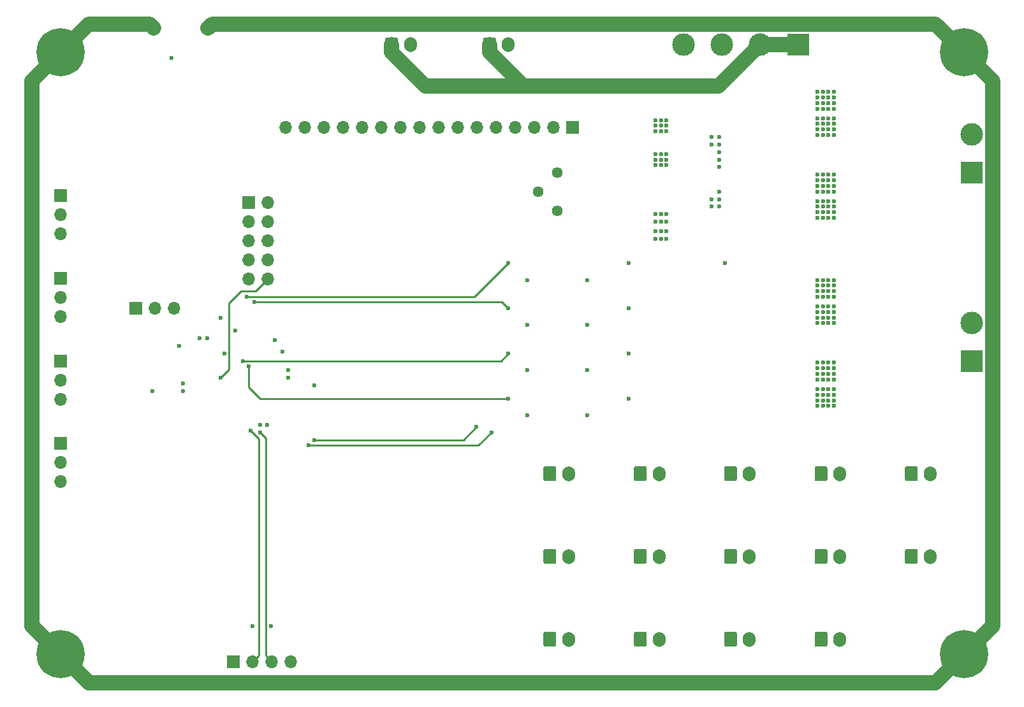
<source format=gbr>
%TF.GenerationSoftware,KiCad,Pcbnew,(5.1.5-131-g305ed0b65)-1*%
%TF.CreationDate,2021-01-25T18:11:24+08:00*%
%TF.ProjectId,OpenTEC,4f70656e-5445-4432-9e6b-696361645f70,rev?*%
%TF.SameCoordinates,Original*%
%TF.FileFunction,Copper,L4,Bot*%
%TF.FilePolarity,Positive*%
%FSLAX46Y46*%
G04 Gerber Fmt 4.6, Leading zero omitted, Abs format (unit mm)*
G04 Created by KiCad (PCBNEW (5.1.5-131-g305ed0b65)-1) date 2021-01-25 18:11:24*
%MOMM*%
%LPD*%
G01*
G04 APERTURE LIST*
%TA.AperFunction,ComponentPad*%
%ADD10C,6.400000*%
%TD*%
%TA.AperFunction,ComponentPad*%
%ADD11C,0.800000*%
%TD*%
%TA.AperFunction,ComponentPad*%
%ADD12O,1.050000X1.900000*%
%TD*%
%TA.AperFunction,ComponentPad*%
%ADD13C,3.000000*%
%TD*%
%TA.AperFunction,ComponentPad*%
%ADD14R,3.000000X3.000000*%
%TD*%
%TA.AperFunction,ComponentPad*%
%ADD15R,1.700000X1.700000*%
%TD*%
%TA.AperFunction,ComponentPad*%
%ADD16O,1.700000X1.700000*%
%TD*%
%TA.AperFunction,ComponentPad*%
%ADD17O,1.700000X2.000000*%
%TD*%
%TA.AperFunction,ComponentPad*%
%ADD18C,1.440000*%
%TD*%
%TA.AperFunction,ViaPad*%
%ADD19C,0.600000*%
%TD*%
%TA.AperFunction,Conductor*%
%ADD20C,2.000000*%
%TD*%
%TA.AperFunction,Conductor*%
%ADD21C,0.250000*%
%TD*%
G04 APERTURE END LIST*
D10*
%TO.P,H1,1*%
%TO.N,Earth*%
X79000000Y-51000000D03*
D11*
X81400000Y-51000000D03*
X80697056Y-52697056D03*
X79000000Y-53400000D03*
X77302944Y-52697056D03*
X76600000Y-51000000D03*
X77302944Y-49302944D03*
X79000000Y-48600000D03*
X80697056Y-49302944D03*
%TD*%
%TO.P,H2,1*%
%TO.N,Earth*%
X200697056Y-49302944D03*
X199000000Y-48600000D03*
X197302944Y-49302944D03*
X196600000Y-51000000D03*
X197302944Y-52697056D03*
X199000000Y-53400000D03*
X200697056Y-52697056D03*
X201400000Y-51000000D03*
D10*
X199000000Y-51000000D03*
%TD*%
%TO.P,H3,1*%
%TO.N,Earth*%
X199000000Y-131000000D03*
D11*
X201400000Y-131000000D03*
X200697056Y-132697056D03*
X199000000Y-133400000D03*
X197302944Y-132697056D03*
X196600000Y-131000000D03*
X197302944Y-129302944D03*
X199000000Y-128600000D03*
X200697056Y-129302944D03*
%TD*%
%TO.P,H4,1*%
%TO.N,Earth*%
X80697056Y-129302944D03*
X79000000Y-128600000D03*
X77302944Y-129302944D03*
X76600000Y-131000000D03*
X77302944Y-132697056D03*
X79000000Y-133400000D03*
X80697056Y-132697056D03*
X81400000Y-131000000D03*
D10*
X79000000Y-131000000D03*
%TD*%
D12*
%TO.P,J1,6*%
%TO.N,Earth*%
X98575000Y-47800000D03*
X91425000Y-47800000D03*
%TD*%
D13*
%TO.P,J2,2*%
%TO.N,+12V*%
X171920000Y-50000000D03*
%TO.P,J2,3*%
%TO.N,GND*%
X166840000Y-50000000D03*
D14*
%TO.P,J2,1*%
%TO.N,+12V*%
X177000000Y-50000000D03*
D13*
%TO.P,J2,4*%
%TO.N,GND*%
X161760000Y-50000000D03*
%TD*%
D15*
%TO.P,J3,1*%
%TO.N,+3V3*%
X104000000Y-71000000D03*
D16*
%TO.P,J3,2*%
%TO.N,JTAG_MS*%
X106540000Y-71000000D03*
%TO.P,J3,3*%
%TO.N,GND*%
X104000000Y-73540000D03*
%TO.P,J3,4*%
%TO.N,JTAG_CLK*%
X106540000Y-73540000D03*
%TO.P,J3,5*%
%TO.N,GND*%
X104000000Y-76080000D03*
%TO.P,J3,6*%
%TO.N,JTAG_DO*%
X106540000Y-76080000D03*
%TO.P,J3,7*%
%TO.N,Net-(J3-Pad7)*%
X104000000Y-78620000D03*
%TO.P,J3,8*%
%TO.N,JTAG_DI*%
X106540000Y-78620000D03*
%TO.P,J3,9*%
%TO.N,GND*%
X104000000Y-81160000D03*
%TO.P,J3,10*%
%TO.N,nRST*%
X106540000Y-81160000D03*
%TD*%
D15*
%TO.P,J5,1*%
%TO.N,+3V3*%
X102000000Y-132000000D03*
D16*
%TO.P,J5,2*%
%TO.N,I2C_SCL*%
X104540000Y-132000000D03*
%TO.P,J5,3*%
%TO.N,I2C_SDA*%
X107080000Y-132000000D03*
%TO.P,J5,4*%
%TO.N,GND*%
X109620000Y-132000000D03*
%TD*%
D15*
%TO.P,J6,1*%
%TO.N,+3V3*%
X89000000Y-85000000D03*
D16*
%TO.P,J6,2*%
%TO.N,BOOT*%
X91540000Y-85000000D03*
%TO.P,J6,3*%
%TO.N,GND*%
X94080000Y-85000000D03*
%TD*%
D15*
%TO.P,J7,1*%
%TO.N,+3V3*%
X79000000Y-70000000D03*
D16*
%TO.P,J7,2*%
%TO.N,TEMP0*%
X79000000Y-72540000D03*
%TO.P,J7,3*%
%TO.N,GND*%
X79000000Y-75080000D03*
%TD*%
%TO.P,J8,3*%
%TO.N,GND*%
X79000000Y-86080000D03*
%TO.P,J8,2*%
%TO.N,TEMP1*%
X79000000Y-83540000D03*
D15*
%TO.P,J8,1*%
%TO.N,+3V3*%
X79000000Y-81000000D03*
%TD*%
%TO.P,J9,1*%
%TO.N,+3V3*%
X79000000Y-92000000D03*
D16*
%TO.P,J9,2*%
%TO.N,TEMP2*%
X79000000Y-94540000D03*
%TO.P,J9,3*%
%TO.N,GND*%
X79000000Y-97080000D03*
%TD*%
%TO.P,J10,3*%
%TO.N,GND*%
X79000000Y-108080000D03*
%TO.P,J10,2*%
%TO.N,TEMP3*%
X79000000Y-105540000D03*
D15*
%TO.P,J10,1*%
%TO.N,+3V3*%
X79000000Y-103000000D03*
%TD*%
D13*
%TO.P,J11,2*%
%TO.N,Net-(J11-Pad2)*%
X200000000Y-61920000D03*
D14*
%TO.P,J11,1*%
%TO.N,Net-(J11-Pad1)*%
X200000000Y-67000000D03*
%TD*%
%TO.P,J12,1*%
%TO.N,Net-(J12-Pad1)*%
X200000000Y-92000000D03*
D13*
%TO.P,J12,2*%
%TO.N,Net-(J12-Pad2)*%
X200000000Y-86920000D03*
%TD*%
D17*
%TO.P,J13,2*%
%TO.N,GND*%
X125500000Y-50000000D03*
%TO.P,J13,1*%
%TO.N,+12V*%
%TA.AperFunction,ComponentPad*%
G36*
G01*
X122150000Y-50750000D02*
X122150000Y-49250000D01*
G75*
G02*
X122400000Y-49000000I250000J0D01*
G01*
X123600000Y-49000000D01*
G75*
G02*
X123850000Y-49250000I0J-250000D01*
G01*
X123850000Y-50750000D01*
G75*
G02*
X123600000Y-51000000I-250000J0D01*
G01*
X122400000Y-51000000D01*
G75*
G02*
X122150000Y-50750000I0J250000D01*
G01*
G37*
%TD.AperFunction*%
%TD*%
%TO.P,J14,1*%
%TO.N,+12V*%
%TA.AperFunction,ComponentPad*%
G36*
G01*
X135150000Y-50750000D02*
X135150000Y-49250000D01*
G75*
G02*
X135400000Y-49000000I250000J0D01*
G01*
X136600000Y-49000000D01*
G75*
G02*
X136850000Y-49250000I0J-250000D01*
G01*
X136850000Y-50750000D01*
G75*
G02*
X136600000Y-51000000I-250000J0D01*
G01*
X135400000Y-51000000D01*
G75*
G02*
X135150000Y-50750000I0J250000D01*
G01*
G37*
%TD.AperFunction*%
%TO.P,J14,2*%
%TO.N,GND*%
X138500000Y-50000000D03*
%TD*%
%TO.P,J15,1*%
%TO.N,+12V*%
%TA.AperFunction,ComponentPad*%
G36*
G01*
X143150000Y-107750000D02*
X143150000Y-106250000D01*
G75*
G02*
X143400000Y-106000000I250000J0D01*
G01*
X144600000Y-106000000D01*
G75*
G02*
X144850000Y-106250000I0J-250000D01*
G01*
X144850000Y-107750000D01*
G75*
G02*
X144600000Y-108000000I-250000J0D01*
G01*
X143400000Y-108000000D01*
G75*
G02*
X143150000Y-107750000I0J250000D01*
G01*
G37*
%TD.AperFunction*%
%TO.P,J15,2*%
%TO.N,GND*%
X146500000Y-107000000D03*
%TD*%
%TO.P,J16,2*%
%TO.N,GND*%
X158500000Y-107000000D03*
%TO.P,J16,1*%
%TO.N,+12V*%
%TA.AperFunction,ComponentPad*%
G36*
G01*
X155150000Y-107750000D02*
X155150000Y-106250000D01*
G75*
G02*
X155400000Y-106000000I250000J0D01*
G01*
X156600000Y-106000000D01*
G75*
G02*
X156850000Y-106250000I0J-250000D01*
G01*
X156850000Y-107750000D01*
G75*
G02*
X156600000Y-108000000I-250000J0D01*
G01*
X155400000Y-108000000D01*
G75*
G02*
X155150000Y-107750000I0J250000D01*
G01*
G37*
%TD.AperFunction*%
%TD*%
%TO.P,J17,1*%
%TO.N,+12V*%
%TA.AperFunction,ComponentPad*%
G36*
G01*
X167150000Y-107750000D02*
X167150000Y-106250000D01*
G75*
G02*
X167400000Y-106000000I250000J0D01*
G01*
X168600000Y-106000000D01*
G75*
G02*
X168850000Y-106250000I0J-250000D01*
G01*
X168850000Y-107750000D01*
G75*
G02*
X168600000Y-108000000I-250000J0D01*
G01*
X167400000Y-108000000D01*
G75*
G02*
X167150000Y-107750000I0J250000D01*
G01*
G37*
%TD.AperFunction*%
%TO.P,J17,2*%
%TO.N,GND*%
X170500000Y-107000000D03*
%TD*%
%TO.P,J18,2*%
%TO.N,GND*%
X182500000Y-107000000D03*
%TO.P,J18,1*%
%TO.N,+12V*%
%TA.AperFunction,ComponentPad*%
G36*
G01*
X179150000Y-107750000D02*
X179150000Y-106250000D01*
G75*
G02*
X179400000Y-106000000I250000J0D01*
G01*
X180600000Y-106000000D01*
G75*
G02*
X180850000Y-106250000I0J-250000D01*
G01*
X180850000Y-107750000D01*
G75*
G02*
X180600000Y-108000000I-250000J0D01*
G01*
X179400000Y-108000000D01*
G75*
G02*
X179150000Y-107750000I0J250000D01*
G01*
G37*
%TD.AperFunction*%
%TD*%
%TO.P,J19,1*%
%TO.N,+12V*%
%TA.AperFunction,ComponentPad*%
G36*
G01*
X191150000Y-107750000D02*
X191150000Y-106250000D01*
G75*
G02*
X191400000Y-106000000I250000J0D01*
G01*
X192600000Y-106000000D01*
G75*
G02*
X192850000Y-106250000I0J-250000D01*
G01*
X192850000Y-107750000D01*
G75*
G02*
X192600000Y-108000000I-250000J0D01*
G01*
X191400000Y-108000000D01*
G75*
G02*
X191150000Y-107750000I0J250000D01*
G01*
G37*
%TD.AperFunction*%
%TO.P,J19,2*%
%TO.N,GND*%
X194500000Y-107000000D03*
%TD*%
%TO.P,J20,2*%
%TO.N,GND*%
X146500000Y-118000000D03*
%TO.P,J20,1*%
%TO.N,+12V*%
%TA.AperFunction,ComponentPad*%
G36*
G01*
X143150000Y-118750000D02*
X143150000Y-117250000D01*
G75*
G02*
X143400000Y-117000000I250000J0D01*
G01*
X144600000Y-117000000D01*
G75*
G02*
X144850000Y-117250000I0J-250000D01*
G01*
X144850000Y-118750000D01*
G75*
G02*
X144600000Y-119000000I-250000J0D01*
G01*
X143400000Y-119000000D01*
G75*
G02*
X143150000Y-118750000I0J250000D01*
G01*
G37*
%TD.AperFunction*%
%TD*%
%TO.P,J21,1*%
%TO.N,+12V*%
%TA.AperFunction,ComponentPad*%
G36*
G01*
X155150000Y-118750000D02*
X155150000Y-117250000D01*
G75*
G02*
X155400000Y-117000000I250000J0D01*
G01*
X156600000Y-117000000D01*
G75*
G02*
X156850000Y-117250000I0J-250000D01*
G01*
X156850000Y-118750000D01*
G75*
G02*
X156600000Y-119000000I-250000J0D01*
G01*
X155400000Y-119000000D01*
G75*
G02*
X155150000Y-118750000I0J250000D01*
G01*
G37*
%TD.AperFunction*%
%TO.P,J21,2*%
%TO.N,GND*%
X158500000Y-118000000D03*
%TD*%
%TO.P,J22,2*%
%TO.N,GND*%
X170500000Y-118000000D03*
%TO.P,J22,1*%
%TO.N,+12V*%
%TA.AperFunction,ComponentPad*%
G36*
G01*
X167150000Y-118750000D02*
X167150000Y-117250000D01*
G75*
G02*
X167400000Y-117000000I250000J0D01*
G01*
X168600000Y-117000000D01*
G75*
G02*
X168850000Y-117250000I0J-250000D01*
G01*
X168850000Y-118750000D01*
G75*
G02*
X168600000Y-119000000I-250000J0D01*
G01*
X167400000Y-119000000D01*
G75*
G02*
X167150000Y-118750000I0J250000D01*
G01*
G37*
%TD.AperFunction*%
%TD*%
%TO.P,J23,1*%
%TO.N,+12V*%
%TA.AperFunction,ComponentPad*%
G36*
G01*
X179150000Y-118750000D02*
X179150000Y-117250000D01*
G75*
G02*
X179400000Y-117000000I250000J0D01*
G01*
X180600000Y-117000000D01*
G75*
G02*
X180850000Y-117250000I0J-250000D01*
G01*
X180850000Y-118750000D01*
G75*
G02*
X180600000Y-119000000I-250000J0D01*
G01*
X179400000Y-119000000D01*
G75*
G02*
X179150000Y-118750000I0J250000D01*
G01*
G37*
%TD.AperFunction*%
%TO.P,J23,2*%
%TO.N,GND*%
X182500000Y-118000000D03*
%TD*%
%TO.P,J24,2*%
%TO.N,GND*%
X194500000Y-118000000D03*
%TO.P,J24,1*%
%TO.N,+12V*%
%TA.AperFunction,ComponentPad*%
G36*
G01*
X191150000Y-118750000D02*
X191150000Y-117250000D01*
G75*
G02*
X191400000Y-117000000I250000J0D01*
G01*
X192600000Y-117000000D01*
G75*
G02*
X192850000Y-117250000I0J-250000D01*
G01*
X192850000Y-118750000D01*
G75*
G02*
X192600000Y-119000000I-250000J0D01*
G01*
X191400000Y-119000000D01*
G75*
G02*
X191150000Y-118750000I0J250000D01*
G01*
G37*
%TD.AperFunction*%
%TD*%
%TO.P,J25,1*%
%TO.N,+12V*%
%TA.AperFunction,ComponentPad*%
G36*
G01*
X143150000Y-129750000D02*
X143150000Y-128250000D01*
G75*
G02*
X143400000Y-128000000I250000J0D01*
G01*
X144600000Y-128000000D01*
G75*
G02*
X144850000Y-128250000I0J-250000D01*
G01*
X144850000Y-129750000D01*
G75*
G02*
X144600000Y-130000000I-250000J0D01*
G01*
X143400000Y-130000000D01*
G75*
G02*
X143150000Y-129750000I0J250000D01*
G01*
G37*
%TD.AperFunction*%
%TO.P,J25,2*%
%TO.N,GND*%
X146500000Y-129000000D03*
%TD*%
%TO.P,J26,2*%
%TO.N,GND*%
X158500000Y-129000000D03*
%TO.P,J26,1*%
%TO.N,+12V*%
%TA.AperFunction,ComponentPad*%
G36*
G01*
X155150000Y-129750000D02*
X155150000Y-128250000D01*
G75*
G02*
X155400000Y-128000000I250000J0D01*
G01*
X156600000Y-128000000D01*
G75*
G02*
X156850000Y-128250000I0J-250000D01*
G01*
X156850000Y-129750000D01*
G75*
G02*
X156600000Y-130000000I-250000J0D01*
G01*
X155400000Y-130000000D01*
G75*
G02*
X155150000Y-129750000I0J250000D01*
G01*
G37*
%TD.AperFunction*%
%TD*%
%TO.P,J27,1*%
%TO.N,+12V*%
%TA.AperFunction,ComponentPad*%
G36*
G01*
X167150000Y-129750000D02*
X167150000Y-128250000D01*
G75*
G02*
X167400000Y-128000000I250000J0D01*
G01*
X168600000Y-128000000D01*
G75*
G02*
X168850000Y-128250000I0J-250000D01*
G01*
X168850000Y-129750000D01*
G75*
G02*
X168600000Y-130000000I-250000J0D01*
G01*
X167400000Y-130000000D01*
G75*
G02*
X167150000Y-129750000I0J250000D01*
G01*
G37*
%TD.AperFunction*%
%TO.P,J27,2*%
%TO.N,GND*%
X170500000Y-129000000D03*
%TD*%
%TO.P,J28,2*%
%TO.N,GND*%
X182500000Y-129000000D03*
%TO.P,J28,1*%
%TO.N,+12V*%
%TA.AperFunction,ComponentPad*%
G36*
G01*
X179150000Y-129750000D02*
X179150000Y-128250000D01*
G75*
G02*
X179400000Y-128000000I250000J0D01*
G01*
X180600000Y-128000000D01*
G75*
G02*
X180850000Y-128250000I0J-250000D01*
G01*
X180850000Y-129750000D01*
G75*
G02*
X180600000Y-130000000I-250000J0D01*
G01*
X179400000Y-130000000D01*
G75*
G02*
X179150000Y-129750000I0J250000D01*
G01*
G37*
%TD.AperFunction*%
%TD*%
D18*
%TO.P,RV1,3*%
%TO.N,GND*%
X145000000Y-72080000D03*
%TO.P,RV1,2*%
%TO.N,Net-(J4-Pad3)*%
X142460000Y-69540000D03*
%TO.P,RV1,1*%
%TO.N,+3V3*%
X145000000Y-67000000D03*
%TD*%
D15*
%TO.P,J4,1*%
%TO.N,GND*%
X147000000Y-61000000D03*
D16*
%TO.P,J4,2*%
%TO.N,+3V3*%
X144460000Y-61000000D03*
%TO.P,J4,3*%
%TO.N,Net-(J4-Pad3)*%
X141920000Y-61000000D03*
%TO.P,J4,4*%
%TO.N,LCD_RS*%
X139380000Y-61000000D03*
%TO.P,J4,5*%
%TO.N,GND*%
X136840000Y-61000000D03*
%TO.P,J4,6*%
%TO.N,LCD_EN*%
X134300000Y-61000000D03*
%TO.P,J4,7*%
%TO.N,GND*%
X131760000Y-61000000D03*
%TO.P,J4,8*%
X129220000Y-61000000D03*
%TO.P,J4,9*%
X126680000Y-61000000D03*
%TO.P,J4,10*%
X124140000Y-61000000D03*
%TO.P,J4,11*%
%TO.N,LCD_D4*%
X121600000Y-61000000D03*
%TO.P,J4,12*%
%TO.N,LCD_D5*%
X119060000Y-61000000D03*
%TO.P,J4,13*%
%TO.N,LCD_D6*%
X116520000Y-61000000D03*
%TO.P,J4,14*%
%TO.N,LCD_D7*%
X113980000Y-61000000D03*
%TO.P,J4,15*%
%TO.N,+3V3*%
X111440000Y-61000000D03*
%TO.P,J4,16*%
%TO.N,GND*%
X108900000Y-61000000D03*
%TD*%
D19*
%TO.N,+12V*%
X159500000Y-60000000D03*
X159500000Y-60750000D03*
X159500000Y-61500000D03*
X158750000Y-60000000D03*
X158750000Y-60750000D03*
X158750000Y-61500000D03*
X158000000Y-60000000D03*
X158000000Y-60750000D03*
X158000000Y-61500000D03*
X179500000Y-59750000D03*
X180250000Y-59750000D03*
X181000000Y-59750000D03*
X181750000Y-59750000D03*
X181750000Y-60500000D03*
X181750000Y-61250000D03*
X181750000Y-62000000D03*
X181000000Y-62000000D03*
X181000000Y-61250000D03*
X181000000Y-60500000D03*
X180250000Y-60500000D03*
X179500000Y-60500000D03*
X179500000Y-61250000D03*
X180250000Y-61250000D03*
X180250000Y-62000000D03*
X179500000Y-62000000D03*
X181750000Y-70750000D03*
X181750000Y-71500000D03*
X181750000Y-72250000D03*
X181750000Y-73000000D03*
X181000000Y-73000000D03*
X180250000Y-73000000D03*
X179500000Y-73000000D03*
X179500000Y-72250000D03*
X179500000Y-71500000D03*
X179500000Y-70750000D03*
X180250000Y-70750000D03*
X181000000Y-70750000D03*
X181000000Y-71500000D03*
X181000000Y-72250000D03*
X180250000Y-72250000D03*
X180250000Y-71500000D03*
X179500000Y-84750000D03*
X180250000Y-84750000D03*
X181000000Y-84750000D03*
X181750000Y-84750000D03*
X181750000Y-85500000D03*
X181750000Y-86250000D03*
X181750000Y-87000000D03*
X181000000Y-87000000D03*
X181000000Y-86250000D03*
X181000000Y-85500000D03*
X180250000Y-85500000D03*
X180250000Y-86250000D03*
X180250000Y-87000000D03*
X179500000Y-87000000D03*
X179500000Y-86250000D03*
X179500000Y-85500000D03*
X181750000Y-95750000D03*
X181750000Y-96500000D03*
X181750000Y-97250000D03*
X181750000Y-98000000D03*
X181000000Y-98000000D03*
X180250000Y-98000000D03*
X179500000Y-98000000D03*
X179500000Y-97250000D03*
X179500000Y-96500000D03*
X179500000Y-95750000D03*
X180250000Y-95750000D03*
X181000000Y-95750000D03*
X181000000Y-96500000D03*
X181000000Y-97250000D03*
X180250000Y-97250000D03*
X180250000Y-96500000D03*
X154500000Y-79000000D03*
X154500000Y-85000000D03*
X154500000Y-91000000D03*
X154500000Y-97000000D03*
%TO.N,GND*%
X167250000Y-79000000D03*
X105500000Y-100500000D03*
X95250000Y-95000000D03*
X97500000Y-89000000D03*
X108500000Y-90750000D03*
X109250000Y-94250000D03*
X112750000Y-95250000D03*
X100250000Y-86250000D03*
X94750000Y-90000000D03*
X91250000Y-96000000D03*
X100750000Y-91000000D03*
X165500000Y-63250000D03*
X165500000Y-62250000D03*
X166500000Y-62250000D03*
X166500000Y-63250000D03*
X166500000Y-64250000D03*
X166500000Y-65250000D03*
X166500000Y-66250000D03*
X165500000Y-71500000D03*
X166500000Y-71500000D03*
X166500000Y-70500000D03*
X166500000Y-69500000D03*
X159500000Y-65250000D03*
X159500000Y-66000000D03*
X158750000Y-65250000D03*
X158750000Y-66000000D03*
X158000000Y-65250000D03*
X158000000Y-66000000D03*
X159500000Y-64500000D03*
X158750000Y-64500000D03*
X158000000Y-64500000D03*
X159500000Y-75750000D03*
X159500000Y-74750000D03*
X165500000Y-70500000D03*
X158750000Y-75750000D03*
X158750000Y-74750000D03*
X158000000Y-74750000D03*
X158000000Y-75750000D03*
X181750000Y-56250000D03*
X181750000Y-57000000D03*
X181750000Y-57750000D03*
X181750000Y-58500000D03*
X181000000Y-56250000D03*
X181000000Y-57000000D03*
X181000000Y-57750000D03*
X181000000Y-58500000D03*
X180250000Y-56250000D03*
X180250000Y-57000000D03*
X180250000Y-57750000D03*
X180250000Y-58500000D03*
X179500000Y-58500000D03*
X179500000Y-57750000D03*
X179500000Y-57000000D03*
X179500000Y-56250000D03*
X181750000Y-67250000D03*
X181750000Y-68000000D03*
X181750000Y-68750000D03*
X181750000Y-69500000D03*
X181000000Y-69500000D03*
X180250000Y-69500000D03*
X179500000Y-69500000D03*
X179500000Y-68750000D03*
X179500000Y-68000000D03*
X179500000Y-67250000D03*
X180250000Y-67250000D03*
X181000000Y-67250000D03*
X181000000Y-68000000D03*
X181000000Y-68750000D03*
X180250000Y-68750000D03*
X180250000Y-68000000D03*
X181750000Y-81250000D03*
X181750000Y-82000000D03*
X181750000Y-82750000D03*
X181750000Y-83500000D03*
X181000000Y-83500000D03*
X180250000Y-83500000D03*
X179500000Y-83500000D03*
X179500000Y-82750000D03*
X179500000Y-82000000D03*
X179500000Y-81250000D03*
X180250000Y-81250000D03*
X181000000Y-81250000D03*
X181000000Y-82000000D03*
X181000000Y-82750000D03*
X180250000Y-82750000D03*
X180250000Y-82000000D03*
X181750000Y-92250000D03*
X181750000Y-93000000D03*
X181750000Y-93750000D03*
X181750000Y-94500000D03*
X181000000Y-94500000D03*
X181000000Y-93750000D03*
X181000000Y-93000000D03*
X181000000Y-92250000D03*
X180250000Y-92250000D03*
X179500000Y-92250000D03*
X179500000Y-93000000D03*
X180250000Y-93000000D03*
X180250000Y-93750000D03*
X179500000Y-93750000D03*
X179500000Y-94500000D03*
X180250000Y-94500000D03*
X149000000Y-93250000D03*
X149000000Y-87250000D03*
X149000000Y-81250000D03*
X149000000Y-99250000D03*
X141000000Y-99250000D03*
X141000000Y-93250000D03*
X141000000Y-87250000D03*
X141000000Y-81250000D03*
X93750000Y-51750000D03*
%TO.N,+3V3*%
X107500000Y-89250000D03*
X106500000Y-100500000D03*
X104500000Y-127250000D03*
X107000000Y-127250000D03*
X95250000Y-96000000D03*
X98500000Y-89000000D03*
X102250000Y-88000000D03*
X109250000Y-93250000D03*
X159500000Y-72500000D03*
X159500000Y-73500000D03*
X158750000Y-73500000D03*
X158750000Y-72500000D03*
X158000000Y-72500000D03*
X158000000Y-73500000D03*
%TO.N,nRST*%
X100250000Y-94250000D03*
%TO.N,LCD_RS*%
X112000000Y-103250000D03*
X136250000Y-101500000D03*
%TO.N,LCD_EN*%
X112750000Y-102500000D03*
X134250000Y-100750000D03*
%TO.N,I2C_SCL*%
X104250000Y-101250000D03*
%TO.N,I2C_SDA*%
X105500000Y-101500000D03*
%TO.N,HB_A1*%
X104750000Y-84125000D03*
X138500000Y-85000000D03*
%TO.N,HB_A2*%
X103750000Y-83500000D03*
X138500000Y-79000000D03*
%TO.N,HB_B1*%
X104000000Y-92750000D03*
X138500000Y-97000000D03*
%TO.N,HB_B2*%
X103250000Y-92000000D03*
X138500000Y-91000000D03*
%TD*%
D20*
%TO.N,+12V*%
X171920000Y-50000000D02*
X166420000Y-55500000D01*
X136000000Y-51000000D02*
X136000000Y-50000000D01*
X140500000Y-55500000D02*
X136000000Y-51000000D01*
X166420000Y-55500000D02*
X140500000Y-55500000D01*
X127500000Y-55500000D02*
X140500000Y-55500000D01*
X123000000Y-51000000D02*
X127500000Y-55500000D01*
X123000000Y-50000000D02*
X123000000Y-51000000D01*
X177000000Y-50000000D02*
X171920000Y-50000000D01*
%TO.N,Earth*%
X79000000Y-51000000D02*
X82774990Y-47225010D01*
X90850010Y-47225010D02*
X91425000Y-47800000D01*
X82774990Y-47225010D02*
X90850010Y-47225010D01*
X199000000Y-51000000D02*
X195225010Y-47225010D01*
X99149990Y-47225010D02*
X98575000Y-47800000D01*
X195225010Y-47225010D02*
X99149990Y-47225010D01*
X79000000Y-51000000D02*
X75225010Y-54774990D01*
X75225010Y-127225010D02*
X79000000Y-131000000D01*
X75225010Y-54774990D02*
X75225010Y-127225010D01*
X195225010Y-134774990D02*
X199000000Y-131000000D01*
X79000000Y-131000000D02*
X82774990Y-134774990D01*
X82774990Y-134774990D02*
X195225010Y-134774990D01*
X199000000Y-131000000D02*
X202774990Y-127225010D01*
X202774990Y-54774990D02*
X199000000Y-51000000D01*
X202774990Y-127225010D02*
X202774990Y-54774990D01*
D21*
%TO.N,nRST*%
X100250000Y-94250000D02*
X101375001Y-93124999D01*
X101375001Y-93124999D02*
X101375001Y-84374999D01*
X101375001Y-84374999D02*
X103000000Y-82750000D01*
X104950000Y-82750000D02*
X106540000Y-81160000D01*
X103000000Y-82750000D02*
X104950000Y-82750000D01*
%TO.N,LCD_RS*%
X112000000Y-103250000D02*
X134500000Y-103250000D01*
X134500000Y-103250000D02*
X136250000Y-101500000D01*
%TO.N,LCD_EN*%
X112750000Y-102500000D02*
X132500000Y-102500000D01*
X132500000Y-102500000D02*
X134250000Y-100750000D01*
%TO.N,I2C_SCL*%
X105389999Y-102389999D02*
X104250000Y-101250000D01*
X104540000Y-132000000D02*
X105389999Y-131150001D01*
X105389999Y-131150001D02*
X105389999Y-102389999D01*
%TO.N,I2C_SDA*%
X107080000Y-132000000D02*
X106250000Y-131170000D01*
X106250000Y-131170000D02*
X106250000Y-102250000D01*
X106250000Y-102250000D02*
X105500000Y-101500000D01*
%TO.N,HB_A1*%
X104750000Y-84125000D02*
X137625000Y-84125000D01*
X137625000Y-84125000D02*
X138500000Y-85000000D01*
%TO.N,HB_A2*%
X103750000Y-83500000D02*
X134000000Y-83500000D01*
X134000000Y-83500000D02*
X138500000Y-79000000D01*
%TO.N,HB_B1*%
X104000000Y-92750000D02*
X104000000Y-95500000D01*
X104000000Y-95500000D02*
X105500000Y-97000000D01*
X105500000Y-97000000D02*
X138500000Y-97000000D01*
%TO.N,HB_B2*%
X103250000Y-92000000D02*
X137500000Y-92000000D01*
X137500000Y-92000000D02*
X138500000Y-91000000D01*
%TD*%
M02*

</source>
